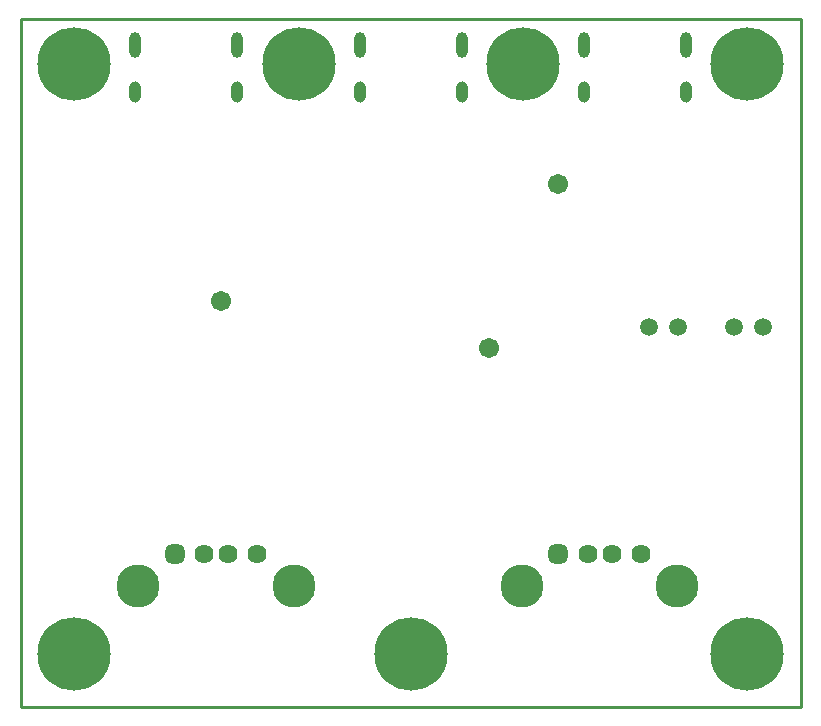
<source format=gbs>
G04*
G04 #@! TF.GenerationSoftware,Altium Limited,Altium Designer,20.0.13 (296)*
G04*
G04 Layer_Color=16711935*
%FSLAX24Y24*%
%MOIN*%
G70*
G01*
G75*
%ADD10C,0.0098*%
%ADD40C,0.0671*%
%ADD41C,0.2442*%
G04:AMPARAMS|DCode=42|XSize=39.4mil|YSize=70.9mil|CornerRadius=19.7mil|HoleSize=0mil|Usage=FLASHONLY|Rotation=180.000|XOffset=0mil|YOffset=0mil|HoleType=Round|Shape=RoundedRectangle|*
%AMROUNDEDRECTD42*
21,1,0.0394,0.0315,0,0,180.0*
21,1,0.0000,0.0709,0,0,180.0*
1,1,0.0394,0.0000,0.0157*
1,1,0.0394,0.0000,0.0157*
1,1,0.0394,0.0000,-0.0157*
1,1,0.0394,0.0000,-0.0157*
%
%ADD42ROUNDEDRECTD42*%
G04:AMPARAMS|DCode=43|XSize=39.4mil|YSize=86.6mil|CornerRadius=19.7mil|HoleSize=0mil|Usage=FLASHONLY|Rotation=180.000|XOffset=0mil|YOffset=0mil|HoleType=Round|Shape=RoundedRectangle|*
%AMROUNDEDRECTD43*
21,1,0.0394,0.0472,0,0,180.0*
21,1,0.0000,0.0866,0,0,180.0*
1,1,0.0394,0.0000,0.0236*
1,1,0.0394,0.0000,0.0236*
1,1,0.0394,0.0000,-0.0236*
1,1,0.0394,0.0000,-0.0236*
%
%ADD43ROUNDEDRECTD43*%
%ADD44C,0.0639*%
G04:AMPARAMS|DCode=45|XSize=63.9mil|YSize=63.9mil|CornerRadius=18mil|HoleSize=0mil|Usage=FLASHONLY|Rotation=0.000|XOffset=0mil|YOffset=0mil|HoleType=Round|Shape=RoundedRectangle|*
%AMROUNDEDRECTD45*
21,1,0.0639,0.0280,0,0,0.0*
21,1,0.0280,0.0639,0,0,0.0*
1,1,0.0360,0.0140,-0.0140*
1,1,0.0360,-0.0140,-0.0140*
1,1,0.0360,-0.0140,0.0140*
1,1,0.0360,0.0140,0.0140*
%
%ADD45ROUNDEDRECTD45*%
%ADD46C,0.1438*%
%ADD47C,0.0592*%
D10*
X0Y22953D02*
X25984D01*
X25984D02*
X25984Y0D01*
X-0Y22953D02*
X0Y0D01*
X25984D01*
D40*
X15591Y11968D02*
D03*
X17913Y17441D02*
D03*
X6654Y13543D02*
D03*
D41*
X12992Y1772D02*
D03*
X24213D02*
D03*
X1772D02*
D03*
X24213Y21457D02*
D03*
X16732D02*
D03*
X9252D02*
D03*
X1772D02*
D03*
D42*
X18772Y20492D02*
D03*
X22173D02*
D03*
X11291D02*
D03*
X14693D02*
D03*
X3811D02*
D03*
X7213D02*
D03*
D43*
X18772Y22067D02*
D03*
X22173D02*
D03*
X11291D02*
D03*
X14693D02*
D03*
X3811D02*
D03*
X7213D02*
D03*
D44*
X19685Y5114D02*
D03*
X18898D02*
D03*
X20669D02*
D03*
X6890D02*
D03*
X6102D02*
D03*
X7874D02*
D03*
D45*
X17913D02*
D03*
X5118D02*
D03*
D46*
X16705Y4047D02*
D03*
X21878D02*
D03*
X3909D02*
D03*
X9083D02*
D03*
D47*
X20925Y12677D02*
D03*
X21909D02*
D03*
X24744D02*
D03*
X23760D02*
D03*
M02*

</source>
